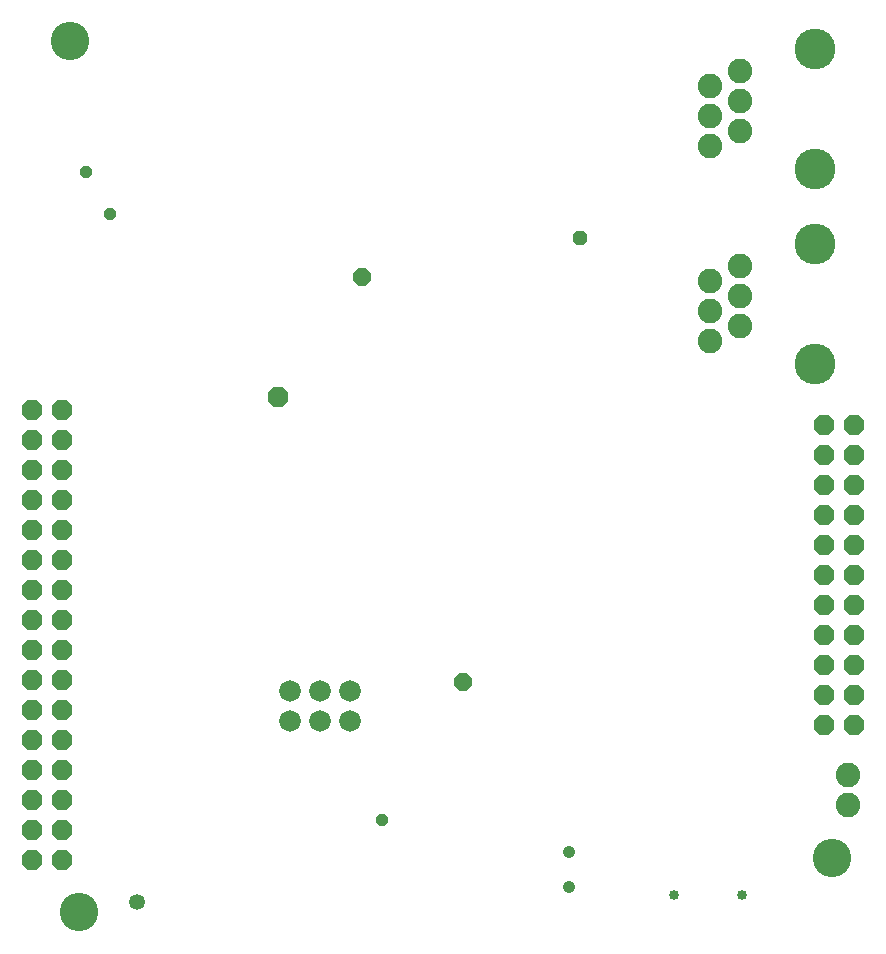
<source format=gbr>
G04 EAGLE Gerber RS-274X export*
G75*
%MOMM*%
%FSLAX34Y34*%
%LPD*%
%INSoldermask Bottom*%
%IPPOS*%
%AMOC8*
5,1,8,0,0,1.08239X$1,22.5*%
G01*
%ADD10C,3.251200*%
%ADD11C,1.828800*%
%ADD12P,1.852186X8X292.500000*%
%ADD13P,1.852186X8X112.500000*%
%ADD14C,1.346200*%
%ADD15C,0.853200*%
%ADD16C,1.053200*%
%ADD17C,2.082800*%
%ADD18C,3.454400*%
%ADD19P,1.599989X8X22.500000*%
%ADD20P,1.843527X8X22.500000*%
%ADD21P,1.363378X8X22.500000*%
%ADD22P,1.092781X8X22.500000*%


D10*
X60198Y41402D03*
X697230Y87122D03*
X52070Y778510D03*
D11*
X264160Y203200D03*
X264160Y228600D03*
X238760Y228600D03*
X238760Y203200D03*
X289560Y203200D03*
X289560Y228600D03*
D12*
X20320Y466090D03*
X45720Y466090D03*
X20320Y440690D03*
X45720Y440690D03*
X20320Y415290D03*
X45720Y415290D03*
X20320Y389890D03*
X45720Y389890D03*
X20320Y364490D03*
X45720Y364490D03*
X20320Y339090D03*
X45720Y339090D03*
X20320Y313690D03*
X45720Y313690D03*
X20320Y288290D03*
X45720Y288290D03*
X20320Y262890D03*
X45720Y262890D03*
X20320Y237490D03*
X45720Y237490D03*
X20320Y212090D03*
X45720Y212090D03*
X20320Y186690D03*
X45720Y186690D03*
X20320Y161290D03*
X45720Y161290D03*
X20320Y135890D03*
X45720Y135890D03*
X20320Y110490D03*
X45720Y110490D03*
X20320Y85090D03*
X45720Y85090D03*
D13*
X716280Y199390D03*
X690880Y199390D03*
X716280Y224790D03*
X690880Y224790D03*
X716280Y250190D03*
X690880Y250190D03*
X716280Y275590D03*
X690880Y275590D03*
X716280Y300990D03*
X690880Y300990D03*
X716280Y326390D03*
X690880Y326390D03*
X716280Y351790D03*
X690880Y351790D03*
X716280Y377190D03*
X690880Y377190D03*
X716280Y402590D03*
X690880Y402590D03*
X716280Y427990D03*
X690880Y427990D03*
X716280Y453390D03*
X690880Y453390D03*
D14*
X109220Y49530D03*
D15*
X563682Y55908D03*
X621482Y55908D03*
D16*
X474980Y92470D03*
X474980Y62470D03*
D17*
X711200Y132080D03*
X711200Y157480D03*
X594360Y524510D03*
X619760Y537210D03*
X594360Y549910D03*
X619760Y562610D03*
X594360Y575310D03*
X619760Y588010D03*
D18*
X683260Y505460D03*
X683260Y607060D03*
D17*
X594360Y689610D03*
X619760Y702310D03*
X594360Y715010D03*
X619760Y727710D03*
X594360Y740410D03*
X619760Y753110D03*
D18*
X683260Y670560D03*
X683260Y772160D03*
D19*
X384810Y236220D03*
D20*
X228600Y477520D03*
D19*
X299720Y579120D03*
D21*
X483870Y612140D03*
D22*
X316230Y119380D03*
X66040Y668020D03*
X86360Y632460D03*
M02*

</source>
